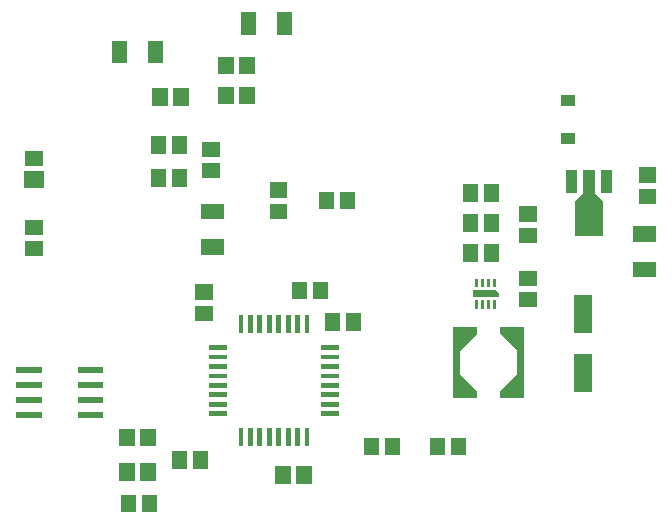
<source format=gbr>
G04 start of page 9 for group -4015 idx -4015 *
G04 Title: (unknown), toppaste *
G04 Creator: pcb 20110918 *
G04 CreationDate: Thu 28 Mar 2013 11:01:16 PM GMT UTC *
G04 For: railfan *
G04 Format: Gerber/RS-274X *
G04 PCB-Dimensions: 225000 175000 *
G04 PCB-Coordinate-Origin: lower left *
%MOIN*%
%FSLAX25Y25*%
%LNTOPPASTE*%
%ADD117R,0.0142X0.0142*%
%ADD116R,0.0240X0.0240*%
%ADD115R,0.0098X0.0098*%
%ADD114R,0.0945X0.0945*%
%ADD113R,0.0378X0.0378*%
%ADD112R,0.0630X0.0630*%
%ADD111R,0.0360X0.0360*%
%ADD110R,0.0157X0.0157*%
%ADD109R,0.0200X0.0200*%
%ADD108R,0.0562X0.0562*%
%ADD107C,0.0001*%
%ADD106R,0.0230X0.0230*%
%ADD105R,0.0512X0.0512*%
G54D105*X67150Y71457D02*X67936D01*
X67150Y78543D02*X67936D01*
G54D106*X173243Y65700D02*Y44300D01*
X167643Y65700D02*X173243D01*
X167643Y44300D02*X173243D01*
X151843Y65700D02*Y44300D01*
Y65700D02*X157443D01*
X151843Y44300D02*X157443D01*
G54D107*G36*
X168620Y66671D02*X174214Y61077D01*
X172093Y58956D01*
X166499Y64550D01*
X168620Y66671D01*
G37*
G36*
X166499Y45450D02*X172093Y51044D01*
X174214Y48923D01*
X168620Y43329D01*
X166499Y45450D01*
G37*
G36*
X150872Y61077D02*X156466Y66671D01*
X158587Y64550D01*
X152993Y58956D01*
X150872Y61077D01*
G37*
G36*
X152993Y51044D02*X158587Y45450D01*
X156466Y43329D01*
X150872Y48923D01*
X152993Y51044D01*
G37*
G36*
X170293Y66350D02*Y62750D01*
X173893D01*
Y66350D01*
X170293D01*
G37*
G36*
Y47250D02*Y43650D01*
X173893D01*
Y47250D01*
X170293D01*
G37*
G36*
X151193Y66350D02*Y62750D01*
X154793D01*
Y66350D01*
X151193D01*
G37*
G36*
Y47250D02*Y43650D01*
X154793D01*
Y47250D01*
X151193D01*
G37*
G54D105*X123414Y27393D02*Y26607D01*
X130500Y27393D02*Y26607D01*
G54D108*X10607Y115914D02*X11393D01*
G54D105*X10607Y123000D02*X11393D01*
X10607Y100043D02*X11393D01*
X10607Y92957D02*X11393D01*
X156500Y111893D02*Y111107D01*
X163586Y111893D02*Y111107D01*
X152543Y27393D02*Y26607D01*
X145457Y27393D02*Y26607D01*
X156457Y101893D02*Y101107D01*
X163543Y101893D02*Y101107D01*
X59457Y22893D02*Y22107D01*
X66543Y22893D02*Y22107D01*
G54D109*X26500Y37500D02*X33000D01*
X26500Y42500D02*X33000D01*
X26500Y47500D02*X33000D01*
X26500Y52500D02*X33000D01*
X6000D02*X12500D01*
X6000Y47500D02*X12500D01*
X6000Y42500D02*X12500D01*
X6000Y37500D02*X12500D01*
G54D105*X69319Y93595D02*X71681D01*
X69319Y105405D02*X71681D01*
X60043Y143893D02*Y143107D01*
X52957Y143893D02*Y143107D01*
X52414Y116893D02*Y116107D01*
X59500Y116893D02*Y116107D01*
X82595Y169181D02*Y166819D01*
X94405Y169181D02*Y166819D01*
X69607Y118957D02*X70393D01*
X69607Y126043D02*X70393D01*
X108457Y109393D02*Y108607D01*
X115543Y109393D02*Y108607D01*
X92107Y105414D02*X92893D01*
X92107Y112500D02*X92893D01*
X213319Y86095D02*X215681D01*
X213319Y97905D02*X215681D01*
X215107Y110457D02*X215893D01*
X215107Y117543D02*X215893D01*
X51405Y159681D02*Y157319D01*
X39595Y159681D02*Y157319D01*
G54D110*X79977Y32434D02*Y28008D01*
X83126Y32434D02*Y28008D01*
X86276Y32434D02*Y28008D01*
X89425Y32434D02*Y28008D01*
X92575Y32434D02*Y28008D01*
X95725Y32434D02*Y28008D01*
X98874Y32434D02*Y28008D01*
X102024Y32434D02*Y28008D01*
X107566Y37977D02*X111992D01*
X107566Y41126D02*X111992D01*
X107566Y44276D02*X111992D01*
X107566Y47425D02*X111992D01*
X107566Y50575D02*X111992D01*
X107566Y53725D02*X111992D01*
X107566Y56874D02*X111992D01*
X107566Y60024D02*X111992D01*
X102023Y69992D02*Y65566D01*
X98874Y69992D02*Y65566D01*
X95724Y69992D02*Y65566D01*
X92575Y69992D02*Y65566D01*
X89425Y69992D02*Y65566D01*
X86275Y69992D02*Y65566D01*
X83126Y69992D02*Y65566D01*
X79976Y69992D02*Y65566D01*
X70008Y60023D02*X74434D01*
X70008Y56874D02*X74434D01*
X70008Y53724D02*X74434D01*
X70008Y50575D02*X74434D01*
X70008Y47425D02*X74434D01*
X70008Y44275D02*X74434D01*
X70008Y41126D02*X74434D01*
X70008Y37976D02*X74434D01*
G54D111*X188400Y129600D02*X189600D01*
X188400Y142500D02*X189600D01*
G54D105*X52414Y127893D02*Y127107D01*
X59500Y127893D02*Y127107D01*
G54D112*X194000Y54807D02*Y48508D01*
Y74492D02*Y68193D01*
G54D113*X201906Y117405D02*Y113311D01*
X196000Y117405D02*Y105595D01*
G54D114*Y103861D02*Y101971D01*
G54D107*G36*
X197885Y111426D02*X200725Y108586D01*
X199305Y107166D01*
X196465Y110006D01*
X197885Y111426D01*
G37*
G36*
X191275Y108586D02*X194115Y111426D01*
X195535Y110006D01*
X192695Y107166D01*
X191275Y108586D01*
G37*
G54D113*X190094Y117405D02*Y113311D01*
G54D105*X163586Y91893D02*Y91107D01*
X156500Y91893D02*Y91107D01*
X175150Y75957D02*X175936D01*
X175150Y83043D02*X175936D01*
X175150Y97457D02*X175936D01*
X175150Y104543D02*X175936D01*
G54D115*X164488Y82528D02*Y80756D01*
X162519Y82528D02*Y80756D01*
X160551Y82528D02*Y80756D01*
X158582Y82528D02*Y80756D01*
Y75244D02*Y73472D01*
X160551Y75244D02*Y73472D01*
X162519Y75244D02*Y73472D01*
X164488Y75244D02*Y73472D01*
G54D116*X158405Y78000D02*X163681D01*
G54D117*X157913Y77508D02*X165157D01*
G54D107*G36*
X163797Y78117D02*X164881Y79201D01*
X165865Y78217D01*
X164781Y77133D01*
X163797Y78117D01*
G37*
G54D105*X99457Y79393D02*Y78607D01*
X106543Y79393D02*Y78607D01*
X82043Y144393D02*Y143607D01*
X74957Y144393D02*Y143607D01*
X110457Y68893D02*Y68107D01*
X117543Y68893D02*Y68107D01*
X101043Y17893D02*Y17107D01*
X93957Y17893D02*Y17107D01*
X49543Y8393D02*Y7607D01*
X42457Y8393D02*Y7607D01*
X49043Y30393D02*Y29607D01*
X41957Y30393D02*Y29607D01*
X49043Y18893D02*Y18107D01*
X41957Y18893D02*Y18107D01*
X74957Y154393D02*Y153607D01*
X82043Y154393D02*Y153607D01*
M02*

</source>
